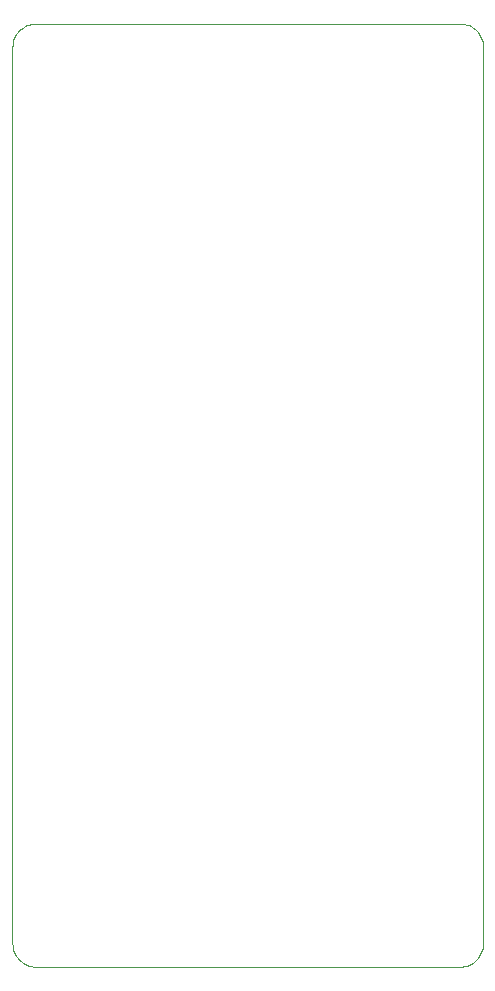
<source format=gbr>
G04 #@! TF.GenerationSoftware,KiCad,Pcbnew,(5.1.10)-1*
G04 #@! TF.CreationDate,2021-07-19T17:30:23+01:00*
G04 #@! TF.ProjectId,WildlifeCamera_PCB,57696c64-6c69-4666-9543-616d6572615f,rev?*
G04 #@! TF.SameCoordinates,PX5d42830PY7b89fa0*
G04 #@! TF.FileFunction,Profile,NP*
%FSLAX46Y46*%
G04 Gerber Fmt 4.6, Leading zero omitted, Abs format (unit mm)*
G04 Created by KiCad (PCBNEW (5.1.10)-1) date 2021-07-19 17:30:23*
%MOMM*%
%LPD*%
G01*
G04 APERTURE LIST*
G04 #@! TA.AperFunction,Profile*
%ADD10C,0.100000*%
G04 #@! TD*
G04 APERTURE END LIST*
D10*
X4379301Y82619590D02*
X4379301Y82619590D01*
X4379301Y82619590D02*
X4379301Y82619590D01*
X4173781Y82609280D02*
X4379301Y82619590D01*
X3974331Y82579010D02*
X4173781Y82609280D01*
X3781941Y82529770D02*
X3974331Y82579010D01*
X3597601Y82462550D02*
X3781941Y82529770D01*
X3422301Y82378350D02*
X3597601Y82462550D01*
X3257041Y82278160D02*
X3422301Y82378350D01*
X3102811Y82162970D02*
X3257041Y82278160D01*
X2960601Y82033770D02*
X3102811Y82162970D01*
X2831411Y81891560D02*
X2960601Y82033770D01*
X2716211Y81737330D02*
X2831411Y81891560D01*
X2616021Y81572070D02*
X2716211Y81737330D01*
X2531821Y81396770D02*
X2616021Y81572070D01*
X2464611Y81212430D02*
X2531821Y81396770D01*
X2415361Y81020040D02*
X2464611Y81212430D01*
X2385091Y80820590D02*
X2415361Y81020040D01*
X2374781Y80615070D02*
X2385091Y80820590D01*
X2374781Y4765280D02*
X2374781Y80615070D01*
X2385091Y4559780D02*
X2374781Y4765280D01*
X2415361Y4360280D02*
X2385091Y4559780D01*
X2464611Y4167980D02*
X2415361Y4360280D01*
X2531821Y3983580D02*
X2464611Y4167980D01*
X2616021Y3808280D02*
X2531821Y3983580D01*
X2716211Y3643080D02*
X2616021Y3808280D01*
X2831411Y3488780D02*
X2716211Y3643080D01*
X2960601Y3346580D02*
X2831411Y3488780D01*
X3102811Y3217380D02*
X2960601Y3346580D01*
X3257041Y3102180D02*
X3102811Y3217380D01*
X3422301Y3001980D02*
X3257041Y3102180D01*
X3597601Y2917780D02*
X3422301Y3001980D01*
X3781941Y2850580D02*
X3597601Y2917780D01*
X3974331Y2801380D02*
X3781941Y2850580D01*
X4173781Y2771080D02*
X3974331Y2801380D01*
X4379301Y2760780D02*
X4173781Y2771080D01*
X40229081Y2760780D02*
X4379301Y2760780D01*
X40434581Y2771080D02*
X40229081Y2760780D01*
X40634081Y2801380D02*
X40434581Y2771080D01*
X40826481Y2850580D02*
X40634081Y2801380D01*
X41010781Y2917780D02*
X40826481Y2850580D01*
X41186081Y3001980D02*
X41010781Y2917780D01*
X41351381Y3102180D02*
X41186081Y3001980D01*
X41505581Y3217380D02*
X41351381Y3102180D01*
X41647781Y3346580D02*
X41505581Y3217380D01*
X41776981Y3488780D02*
X41647781Y3346580D01*
X41892181Y3643080D02*
X41776981Y3488780D01*
X41992381Y3808280D02*
X41892181Y3643080D01*
X42076581Y3983580D02*
X41992381Y3808280D01*
X42143781Y4167980D02*
X42076581Y3983580D01*
X42192981Y4360280D02*
X42143781Y4167980D01*
X42223281Y4559780D02*
X42192981Y4360280D01*
X42233581Y4765280D02*
X42223281Y4559780D01*
X42233581Y80615070D02*
X42233581Y4765280D01*
X42223281Y80820590D02*
X42233581Y80615070D01*
X42192981Y81020040D02*
X42223281Y80820590D01*
X42143781Y81212430D02*
X42192981Y81020040D01*
X42076581Y81396770D02*
X42143781Y81212430D01*
X41992381Y81572070D02*
X42076581Y81396770D01*
X41892181Y81737330D02*
X41992381Y81572070D01*
X41776981Y81891560D02*
X41892181Y81737330D01*
X41647781Y82033770D02*
X41776981Y81891560D01*
X41505581Y82162970D02*
X41647781Y82033770D01*
X41351381Y82278160D02*
X41505581Y82162970D01*
X41186081Y82378350D02*
X41351381Y82278160D01*
X41010781Y82462550D02*
X41186081Y82378350D01*
X40826481Y82529770D02*
X41010781Y82462550D01*
X40634081Y82579010D02*
X40826481Y82529770D01*
X40434581Y82609280D02*
X40634081Y82579010D01*
X40229081Y82619590D02*
X40434581Y82609280D01*
X4379301Y82619590D02*
X40229081Y82619590D01*
M02*

</source>
